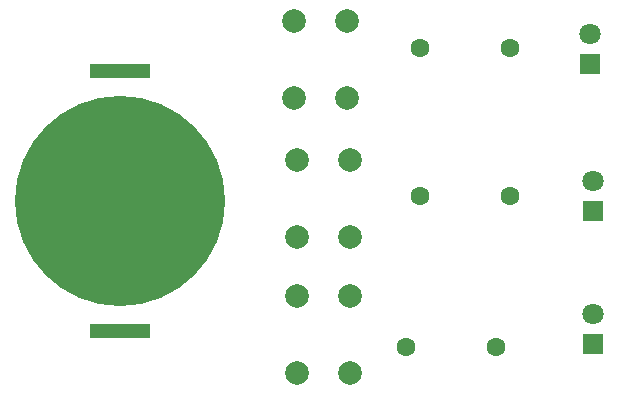
<source format=gts>
G04 #@! TF.GenerationSoftware,KiCad,Pcbnew,9.0.2*
G04 #@! TF.CreationDate,2025-05-20T16:04:07-06:00*
G04 #@! TF.ProjectId,test_kicad,74657374-5f6b-4696-9361-642e6b696361,rev?*
G04 #@! TF.SameCoordinates,Original*
G04 #@! TF.FileFunction,Soldermask,Top*
G04 #@! TF.FilePolarity,Negative*
%FSLAX46Y46*%
G04 Gerber Fmt 4.6, Leading zero omitted, Abs format (unit mm)*
G04 Created by KiCad (PCBNEW 9.0.2) date 2025-05-20 16:04:07*
%MOMM*%
%LPD*%
G01*
G04 APERTURE LIST*
%ADD10C,1.800000*%
%ADD11R,1.800000X1.800000*%
%ADD12R,5.080000X1.270000*%
%ADD13C,17.800000*%
%ADD14C,2.000000*%
%ADD15C,1.600000*%
G04 APERTURE END LIST*
D10*
G04 #@! TO.C,D1*
X157800000Y-54800000D03*
D11*
X157800000Y-57340000D03*
G04 #@! TD*
D12*
G04 #@! TO.C,BT1*
X117983000Y-57950600D03*
X117983000Y-79920600D03*
D13*
X117983000Y-68935600D03*
G04 #@! TD*
D14*
G04 #@! TO.C,SW3*
X133000000Y-83500000D03*
X133000000Y-77000000D03*
X137500000Y-83500000D03*
X137500000Y-77000000D03*
G04 #@! TD*
D15*
G04 #@! TO.C,R3*
X149860000Y-81280000D03*
X142240000Y-81280000D03*
G04 #@! TD*
D14*
G04 #@! TO.C,SW2*
X133000000Y-72000000D03*
X133000000Y-65500000D03*
X137500000Y-72000000D03*
X137500000Y-65500000D03*
G04 #@! TD*
D15*
G04 #@! TO.C,R1*
X151000000Y-56000000D03*
X143380000Y-56000000D03*
G04 #@! TD*
D11*
G04 #@! TO.C,D2*
X158000000Y-69775000D03*
D10*
X158000000Y-67235000D03*
G04 #@! TD*
D15*
G04 #@! TO.C,R2*
X151000000Y-68500000D03*
X143380000Y-68500000D03*
G04 #@! TD*
D14*
G04 #@! TO.C,SW1*
X132750000Y-60250000D03*
X132750000Y-53750000D03*
X137250000Y-60250000D03*
X137250000Y-53750000D03*
G04 #@! TD*
D11*
G04 #@! TO.C,D3*
X158080000Y-81050000D03*
D10*
X158080000Y-78510000D03*
G04 #@! TD*
M02*

</source>
